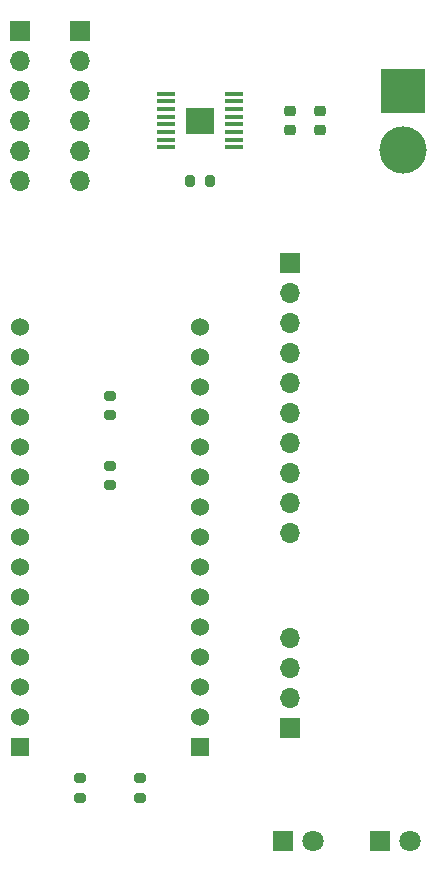
<source format=gbr>
%TF.GenerationSoftware,KiCad,Pcbnew,(6.0.7)*%
%TF.CreationDate,2023-08-01T01:27:09+09:00*%
%TF.ProjectId,graduate-project,67726164-7561-4746-952d-70726f6a6563,rev?*%
%TF.SameCoordinates,Original*%
%TF.FileFunction,Soldermask,Top*%
%TF.FilePolarity,Negative*%
%FSLAX46Y46*%
G04 Gerber Fmt 4.6, Leading zero omitted, Abs format (unit mm)*
G04 Created by KiCad (PCBNEW (6.0.7)) date 2023-08-01 01:27:09*
%MOMM*%
%LPD*%
G01*
G04 APERTURE LIST*
G04 Aperture macros list*
%AMRoundRect*
0 Rectangle with rounded corners*
0 $1 Rounding radius*
0 $2 $3 $4 $5 $6 $7 $8 $9 X,Y pos of 4 corners*
0 Add a 4 corners polygon primitive as box body*
4,1,4,$2,$3,$4,$5,$6,$7,$8,$9,$2,$3,0*
0 Add four circle primitives for the rounded corners*
1,1,$1+$1,$2,$3*
1,1,$1+$1,$4,$5*
1,1,$1+$1,$6,$7*
1,1,$1+$1,$8,$9*
0 Add four rect primitives between the rounded corners*
20,1,$1+$1,$2,$3,$4,$5,0*
20,1,$1+$1,$4,$5,$6,$7,0*
20,1,$1+$1,$6,$7,$8,$9,0*
20,1,$1+$1,$8,$9,$2,$3,0*%
G04 Aperture macros list end*
%ADD10R,1.700000X1.700000*%
%ADD11O,1.700000X1.700000*%
%ADD12RoundRect,0.200000X0.200000X0.275000X-0.200000X0.275000X-0.200000X-0.275000X0.200000X-0.275000X0*%
%ADD13RoundRect,0.225000X0.250000X-0.225000X0.250000X0.225000X-0.250000X0.225000X-0.250000X-0.225000X0*%
%ADD14R,1.800000X1.800000*%
%ADD15C,1.800000*%
%ADD16RoundRect,0.200000X0.275000X-0.200000X0.275000X0.200000X-0.275000X0.200000X-0.275000X-0.200000X0*%
%ADD17R,1.530000X1.530000*%
%ADD18C,1.530000*%
%ADD19R,2.460000X2.310000*%
%ADD20RoundRect,0.100000X-0.687500X-0.100000X0.687500X-0.100000X0.687500X0.100000X-0.687500X0.100000X0*%
%ADD21R,3.800000X3.800000*%
%ADD22C,4.000000*%
G04 APERTURE END LIST*
D10*
%TO.C,J2*%
X78740000Y-61625000D03*
D11*
X78740000Y-64165000D03*
X78740000Y-66705000D03*
X78740000Y-69245000D03*
X78740000Y-71785000D03*
X78740000Y-74325000D03*
X78740000Y-76865000D03*
X78740000Y-79405000D03*
X78740000Y-81945000D03*
X78740000Y-84485000D03*
%TD*%
D12*
%TO.C,R3*%
X71945000Y-54610000D03*
X70295000Y-54610000D03*
%TD*%
D13*
%TO.C,C2*%
X81280000Y-50305000D03*
X81280000Y-48755000D03*
%TD*%
D14*
%TO.C,D1*%
X78100000Y-110490000D03*
D15*
X80640000Y-110490000D03*
%TD*%
D16*
%TO.C,R2*%
X63500000Y-80390000D03*
X63500000Y-78740000D03*
%TD*%
%TO.C,R1*%
X63500000Y-74485000D03*
X63500000Y-72835000D03*
%TD*%
D14*
%TO.C,D2*%
X86355000Y-110490000D03*
D15*
X88895000Y-110490000D03*
%TD*%
D16*
%TO.C,R4*%
X66040000Y-106870000D03*
X66040000Y-105220000D03*
%TD*%
D13*
%TO.C,C1*%
X78740000Y-50305000D03*
X78740000Y-48755000D03*
%TD*%
D16*
%TO.C,R5*%
X60960000Y-106870000D03*
X60960000Y-105220000D03*
%TD*%
D17*
%TO.C,U1*%
X71120000Y-102575000D03*
D18*
X71120000Y-100035000D03*
X71120000Y-97495000D03*
X71120000Y-94955000D03*
X71120000Y-92415000D03*
X71120000Y-89875000D03*
X71120000Y-87335000D03*
X71120000Y-84795000D03*
X71120000Y-82255000D03*
X71120000Y-79715000D03*
X71120000Y-77175000D03*
X71120000Y-74635000D03*
X71120000Y-72095000D03*
X71120000Y-69555000D03*
X71120000Y-67015000D03*
D17*
X55880000Y-102575000D03*
D18*
X55880000Y-100035000D03*
X55880000Y-97495000D03*
X55880000Y-94955000D03*
X55880000Y-92415000D03*
X55880000Y-89875000D03*
X55880000Y-87335000D03*
X55880000Y-84795000D03*
X55880000Y-82255000D03*
X55880000Y-79715000D03*
X55880000Y-77175000D03*
X55880000Y-74635000D03*
X55880000Y-72095000D03*
X55880000Y-69555000D03*
X55880000Y-67015000D03*
%TD*%
D19*
%TO.C,U2*%
X71120000Y-49530000D03*
D20*
X68257500Y-47255000D03*
X68257500Y-47905000D03*
X68257500Y-48555000D03*
X68257500Y-49205000D03*
X68257500Y-49855000D03*
X68257500Y-50505000D03*
X68257500Y-51155000D03*
X68257500Y-51805000D03*
X73982500Y-51805000D03*
X73982500Y-51155000D03*
X73982500Y-50505000D03*
X73982500Y-49855000D03*
X73982500Y-49205000D03*
X73982500Y-48555000D03*
X73982500Y-47905000D03*
X73982500Y-47255000D03*
%TD*%
D10*
%TO.C,J5*%
X55905000Y-41935000D03*
D11*
X55905000Y-44475000D03*
X55905000Y-47015000D03*
X55905000Y-49555000D03*
X55905000Y-52095000D03*
X55905000Y-54635000D03*
%TD*%
D10*
%TO.C,J3*%
X78715000Y-100955000D03*
D11*
X78715000Y-98415000D03*
X78715000Y-95875000D03*
X78715000Y-93335000D03*
%TD*%
D21*
%TO.C,J1*%
X88265000Y-46990000D03*
D22*
X88265000Y-51990000D03*
%TD*%
D10*
%TO.C,J4*%
X60985000Y-41935000D03*
D11*
X60985000Y-44475000D03*
X60985000Y-47015000D03*
X60985000Y-49555000D03*
X60985000Y-52095000D03*
X60985000Y-54635000D03*
%TD*%
M02*

</source>
